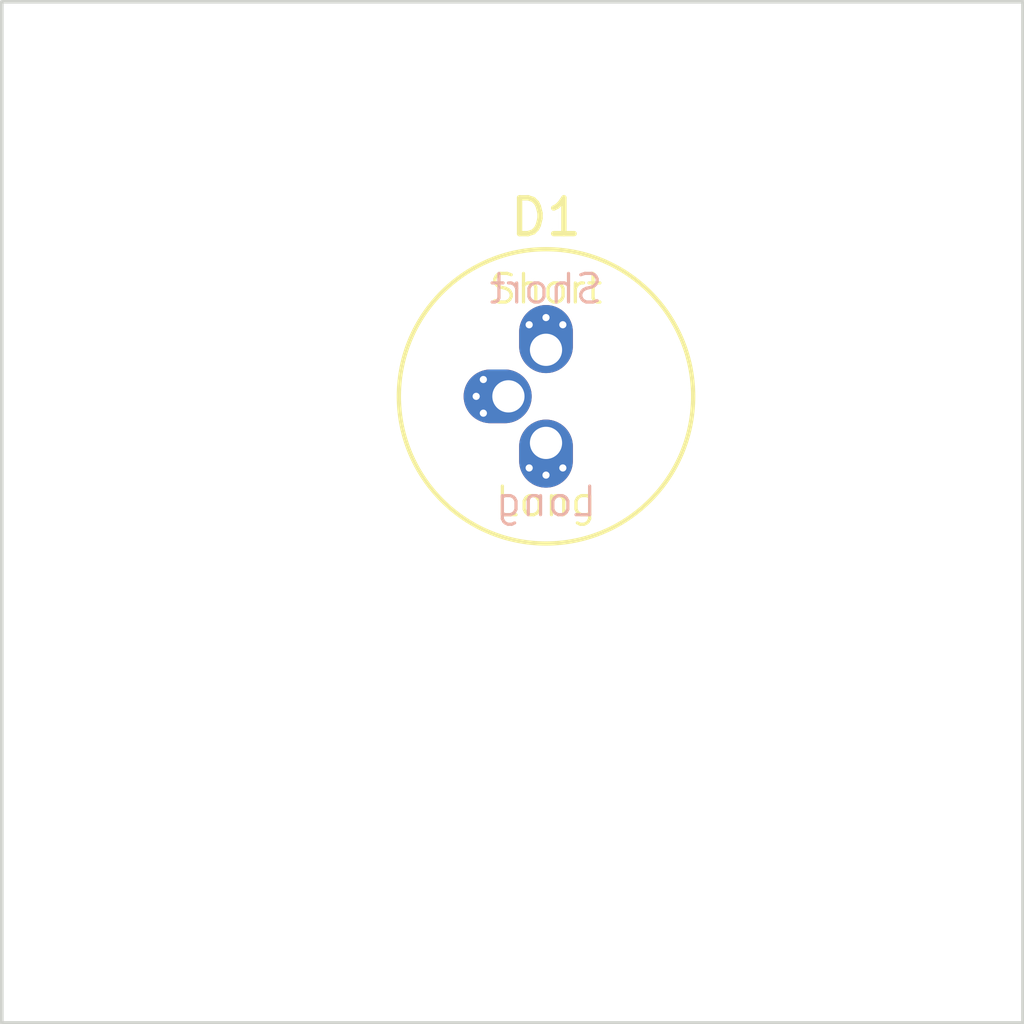
<source format=kicad_pcb>
(kicad_pcb (version 20240108) (generator "pcbnew") (generator_version "8.0")
  (layers (0 "F.Cu" signal) (1 "In1.Cu" signal) (2 "In2.Cu" signal) (31 "B.Cu" signal) (34 "B.Paste" user) (35 "F.Paste" user) (36 "B.SilkS" user "B.Silkscreen") (37 "F.SilkS" user "F.Silkscreen") (38 "B.Mask" user) (39 "F.Mask" user) (44 "Edge.Cuts" user))
  (net 0 "")
  (footprint "FS-Opto:Bulgin_DX1090_TR" (layer "F.Cu") (at 23.35 18.43)
    (property "Reference" "D1" (at 0 -5 0) (layer "F.SilkS"))
    (property "Value" "LED_Dual_AAK")
    (fp_circle (center 0 0) (end 4.11 0) (stroke (width 0.12)) (fill none) (layer "F.SilkS"))
    (fp_text user "Short" (at 0 -3 0) (layer "B.SilkS") (effects (font (size 0.8 0.8) (thickness 0.09)) (justify mirror)))
    (fp_text user "Long" (at 0 2.94 0) (layer "B.SilkS") (effects (font (size 0.8 0.8) (thickness 0.09)) (justify mirror)))
    (fp_text user "Long" (at 0 2.94 0) (layer "F.SilkS") (effects (font (size 0.8 0.8) (thickness 0.09))))
    (fp_text user "Short" (at 0 -3 0) (layer "F.SilkS") (effects (font (size 0.8 0.8) (thickness 0.09))))
    (pad "1" thru_hole circle (at -0.47 -2 180) (size 0.45 0.45) (drill 0.2) (property pad_prop_heatsink) (layers "*.Cu" "In3.Cu" "In4.Cu" "In5.Cu" "In6.Cu" "In7.Cu" "In8.Cu" "In9.Cu" "In10.Cu" "In11.Cu" "In12.Cu" "In13.Cu" "In14.Cu" "In15.Cu" "In16.Cu" "In17.Cu" "In18.Cu" "In19.Cu" "In20.Cu" "In21.Cu" "In22.Cu" "In23.Cu" "In24.Cu" "In25.Cu" "In26.Cu" "In27.Cu" "In28.Cu" "In29.Cu" "In30.Cu"))
    (pad "1" thru_hole circle (at 0 -2.2 270) (size 0.45 0.45) (drill 0.2) (property pad_prop_heatsink) (layers "*.Cu" "In3.Cu" "In4.Cu" "In5.Cu" "In6.Cu" "In7.Cu" "In8.Cu" "In9.Cu" "In10.Cu" "In11.Cu" "In12.Cu" "In13.Cu" "In14.Cu" "In15.Cu" "In16.Cu" "In17.Cu" "In18.Cu" "In19.Cu" "In20.Cu" "In21.Cu" "In22.Cu" "In23.Cu" "In24.Cu" "In25.Cu" "In26.Cu" "In27.Cu" "In28.Cu" "In29.Cu" "In30.Cu"))
    (pad "1" thru_hole oval (at 0 -1.3 90) (size 1.9 1.5) (drill 0.9 (offset 0.3 0)) (layers "*.Cu" "In3.Cu" "In4.Cu" "In5.Cu" "In6.Cu" "In7.Cu" "In8.Cu" "In9.Cu" "In10.Cu" "In11.Cu" "In12.Cu" "In13.Cu" "In14.Cu" "In15.Cu" "In16.Cu" "In17.Cu" "In18.Cu" "In19.Cu" "In20.Cu" "In21.Cu" "In22.Cu" "In23.Cu" "In24.Cu" "In25.Cu" "In26.Cu" "In27.Cu" "In28.Cu" "In29.Cu" "In30.Cu"))
    (pad "1" thru_hole circle (at 0.47 -2 270) (size 0.45 0.45) (drill 0.2) (property pad_prop_heatsink) (layers "*.Cu" "In3.Cu" "In4.Cu" "In5.Cu" "In6.Cu" "In7.Cu" "In8.Cu" "In9.Cu" "In10.Cu" "In11.Cu" "In12.Cu" "In13.Cu" "In14.Cu" "In15.Cu" "In16.Cu" "In17.Cu" "In18.Cu" "In19.Cu" "In20.Cu" "In21.Cu" "In22.Cu" "In23.Cu" "In24.Cu" "In25.Cu" "In26.Cu" "In27.Cu" "In28.Cu" "In29.Cu" "In30.Cu"))
    (pad "2" thru_hole circle (at -0.47 2 90) (size 0.45 0.45) (drill 0.2) (property pad_prop_heatsink) (layers "*.Cu" "In3.Cu" "In4.Cu" "In5.Cu" "In6.Cu" "In7.Cu" "In8.Cu" "In9.Cu" "In10.Cu" "In11.Cu" "In12.Cu" "In13.Cu" "In14.Cu" "In15.Cu" "In16.Cu" "In17.Cu" "In18.Cu" "In19.Cu" "In20.Cu" "In21.Cu" "In22.Cu" "In23.Cu" "In24.Cu" "In25.Cu" "In26.Cu" "In27.Cu" "In28.Cu" "In29.Cu" "In30.Cu"))
    (pad "2" thru_hole oval (at 0 1.3 90) (size 1.9 1.5) (drill 0.9 (offset -0.3 0)) (layers "*.Cu" "In3.Cu" "In4.Cu" "In5.Cu" "In6.Cu" "In7.Cu" "In8.Cu" "In9.Cu" "In10.Cu" "In11.Cu" "In12.Cu" "In13.Cu" "In14.Cu" "In15.Cu" "In16.Cu" "In17.Cu" "In18.Cu" "In19.Cu" "In20.Cu" "In21.Cu" "In22.Cu" "In23.Cu" "In24.Cu" "In25.Cu" "In26.Cu" "In27.Cu" "In28.Cu" "In29.Cu" "In30.Cu"))
    (pad "2" thru_hole circle (at 0 2.2 90) (size 0.45 0.45) (drill 0.2) (property pad_prop_heatsink) (layers "*.Cu" "In3.Cu" "In4.Cu" "In5.Cu" "In6.Cu" "In7.Cu" "In8.Cu" "In9.Cu" "In10.Cu" "In11.Cu" "In12.Cu" "In13.Cu" "In14.Cu" "In15.Cu" "In16.Cu" "In17.Cu" "In18.Cu" "In19.Cu" "In20.Cu" "In21.Cu" "In22.Cu" "In23.Cu" "In24.Cu" "In25.Cu" "In26.Cu" "In27.Cu" "In28.Cu" "In29.Cu" "In30.Cu"))
    (pad "2" thru_hole circle (at 0.47 2) (size 0.45 0.45) (drill 0.2) (property pad_prop_heatsink) (layers "*.Cu" "In3.Cu" "In4.Cu" "In5.Cu" "In6.Cu" "In7.Cu" "In8.Cu" "In9.Cu" "In10.Cu" "In11.Cu" "In12.Cu" "In13.Cu" "In14.Cu" "In15.Cu" "In16.Cu" "In17.Cu" "In18.Cu" "In19.Cu" "In20.Cu" "In21.Cu" "In22.Cu" "In23.Cu" "In24.Cu" "In25.Cu" "In26.Cu" "In27.Cu" "In28.Cu" "In29.Cu" "In30.Cu"))
    (pad "3" thru_hole circle (at -1.95 0) (size 0.45 0.45) (drill 0.2) (property pad_prop_heatsink) (layers "*.Cu" "In3.Cu" "In4.Cu" "In5.Cu" "In6.Cu" "In7.Cu" "In8.Cu" "In9.Cu" "In10.Cu" "In11.Cu" "In12.Cu" "In13.Cu" "In14.Cu" "In15.Cu" "In16.Cu" "In17.Cu" "In18.Cu" "In19.Cu" "In20.Cu" "In21.Cu" "In22.Cu" "In23.Cu" "In24.Cu" "In25.Cu" "In26.Cu" "In27.Cu" "In28.Cu" "In29.Cu" "In30.Cu"))
    (pad "3" thru_hole circle (at -1.75 -0.47) (size 0.45 0.45) (drill 0.2) (property pad_prop_heatsink) (layers "*.Cu" "In3.Cu" "In4.Cu" "In5.Cu" "In6.Cu" "In7.Cu" "In8.Cu" "In9.Cu" "In10.Cu" "In11.Cu" "In12.Cu" "In13.Cu" "In14.Cu" "In15.Cu" "In16.Cu" "In17.Cu" "In18.Cu" "In19.Cu" "In20.Cu" "In21.Cu" "In22.Cu" "In23.Cu" "In24.Cu" "In25.Cu" "In26.Cu" "In27.Cu" "In28.Cu" "In29.Cu" "In30.Cu"))
    (pad "3" thru_hole circle (at -1.75 0.47) (size 0.45 0.45) (drill 0.2) (property pad_prop_heatsink) (layers "*.Cu" "In3.Cu" "In4.Cu" "In5.Cu" "In6.Cu" "In7.Cu" "In8.Cu" "In9.Cu" "In10.Cu" "In11.Cu" "In12.Cu" "In13.Cu" "In14.Cu" "In15.Cu" "In16.Cu" "In17.Cu" "In18.Cu" "In19.Cu" "In20.Cu" "In21.Cu" "In22.Cu" "In23.Cu" "In24.Cu" "In25.Cu" "In26.Cu" "In27.Cu" "In28.Cu" "In29.Cu" "In30.Cu"))
    (pad "3" thru_hole oval (at -1.05 0) (size 1.9 1.5) (drill 0.9 (offset -0.3 0)) (layers "*.Cu" "In3.Cu" "In4.Cu" "In5.Cu" "In6.Cu" "In7.Cu" "In8.Cu" "In9.Cu" "In10.Cu" "In11.Cu" "In12.Cu" "In13.Cu" "In14.Cu" "In15.Cu" "In16.Cu" "In17.Cu" "In18.Cu" "In19.Cu" "In20.Cu" "In21.Cu" "In22.Cu" "In23.Cu" "In24.Cu" "In25.Cu" "In26.Cu" "In27.Cu" "In28.Cu" "In29.Cu" "In30.Cu"))
  )
  (gr_rect (start 8.15 7.41) (end 36.67 35.93) (stroke (width 0.1)) (fill none) (layer "Edge.Cuts"))
)
</source>
